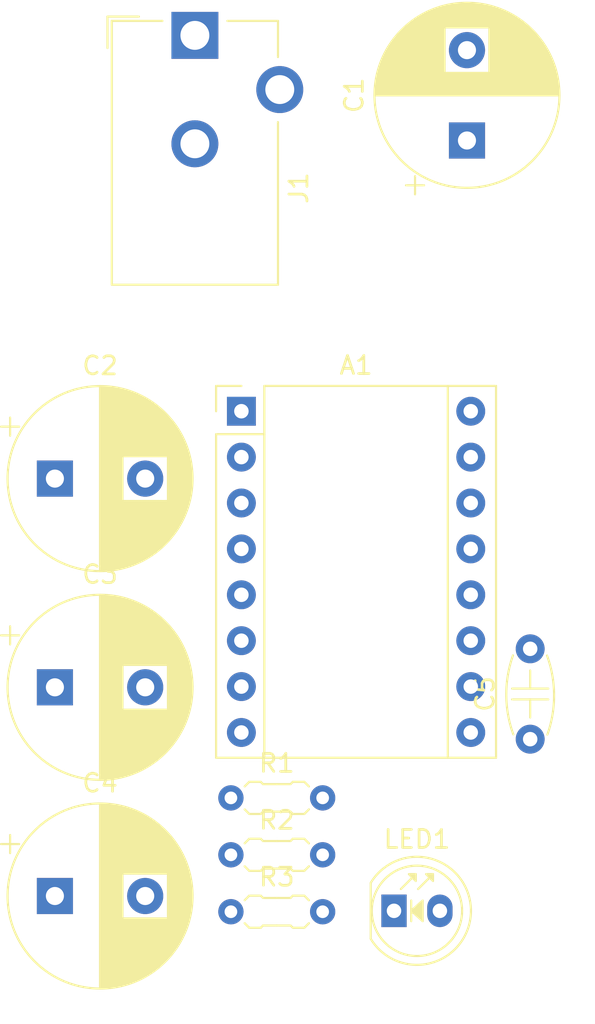
<source format=kicad_pcb>
(kicad_pcb (version 20241229) (generator "pcbnew") (generator_version "9.0")
  (layers (0 "F.Cu" signal) (2 "B.Cu" signal) (13 "F.Paste" user) (15 "B.Paste" user) (5 "F.SilkS" user "F.Silkscreen") (7 "B.SilkS" user "B.Silkscreen") (1 "F.Mask" user) (3 "B.Mask" user) (25 "Edge.Cuts" user))
  (net 0 "")
  (net 1 "Net-(A1-M1)")
  (net 4 "+12V")
  (net 6 "Net-(A1-M2)")
  (net 7 "Net-(A1-M0)")
  (net 11 "GNDA")
  (net 16 "GNDD")
  (net 19 "Net-(LED1-A)")
  (net 21 "+3.3V")
  (footprint "Capacitor_THT:CP_Radial_D10.0mm_P5.00mm" (layer "F.Cu") (at 35.684646 54.58)
    (property "Reference" "C2" (at 2.5 -6.25 0) (layer "F.SilkS"))
    (property "Value" "22uF 48v")
    (pad "1" thru_hole rect (at 0 0) (size 2 2) (drill 1) (layers "*.Cu" "*.Mask") (net 4 "+12V"))
    (pad "2" thru_hole circle (at 5 0) (size 2 2) (drill 1) (layers "*.Cu" "*.Mask") (net 11 "GNDA"))
  )
  (footprint "Capacitor_THT:CP_Radial_D10.0mm_P5.00mm" (layer "F.Cu") (at 58.5 35.867677 90)
    (property "Reference" "C1" (at 2.5 -6.25 90) (layer "F.SilkS"))
    (property "Value" "22uF 48v")
    (pad "1" thru_hole rect (at 0 0 90) (size 2 2) (drill 1) (layers "*.Cu" "*.Mask") (net 4 "+12V"))
    (pad "2" thru_hole circle (at 5 0 90) (size 2 2) (drill 1) (layers "*.Cu" "*.Mask") (net 11 "GNDA"))
  )
  (footprint "PCM_Capacitor_THT_AKL:C_Disc_D4.7mm_W2.5mm_P5.00mm" (layer "F.Cu") (at 62 69 90)
    (property "Reference" "C5" (at 2.5 -2.5 90) (layer "F.SilkS"))
    (property "Value" "100nF" (hide yes))
    (pad "1" thru_hole circle (at 0 0 90) (size 1.6 1.6) (drill 0.8) (layers "*.Cu" "*.Mask"))
    (pad "2" thru_hole circle (at 5 0 90) (size 1.6 1.6) (drill 0.8) (layers "*.Cu" "*.Mask"))
  )
  (footprint "Capacitor_THT:CP_Radial_D10.0mm_P5.00mm" (layer "F.Cu") (at 35.684646 77.68)
    (property "Reference" "C4" (at 2.5 -6.25 0) (layer "F.SilkS"))
    (property "Value" "22uF 48v")
    (pad "1" thru_hole rect (at 0 0) (size 2 2) (drill 1) (layers "*.Cu" "*.Mask") (net 4 "+12V"))
    (pad "2" thru_hole circle (at 5 0) (size 2 2) (drill 1) (layers "*.Cu" "*.Mask") (net 11 "GNDA"))
  )
  (footprint "Connector_BarrelJack:BarrelJack_CUI_PJ-102AH_Horizontal" (layer "F.Cu") (at 43.435354 30.05)
    (property "Reference" "J1" (at 5.75 8.45 90) (layer "F.SilkS"))
    (property "Value" "Barrel_Jack_Switch")
    (pad "1" thru_hole rect (at 0 0) (size 2.6 2.6) (drill 1.6) (layers "*.Cu" "*.Mask") (net 4 "+12V"))
    (pad "2" thru_hole circle (at 0 6) (size 2.6 2.6) (drill 1.6) (layers "*.Cu" "*.Mask") (net 11 "GNDA"))
    (pad "3" thru_hole circle (at 4.7 3) (size 2.6 2.6) (drill 1.6) (layers "*.Cu" "*.Mask") (net 11 "GNDA"))
  )
  (footprint "PCM_Resistor_THT_AKL:R_Axial_DIN0204_L3.6mm_D1.6mm_P5.08mm_Horizontal" (layer "F.Cu") (at 45.43 78.55)
    (property "Reference" "R3" (at 2.54 -1.92 0) (layer "F.SilkS"))
    (property "Value" "1K" (hide yes))
    (pad "1" thru_hole circle (at 0 0) (size 1.4 1.4) (drill 0.7) (layers "*.Cu" "*.Mask") (net 4 "+12V"))
    (pad "2" thru_hole oval (at 5.08 0) (size 1.4 1.4) (drill 0.7) (layers "*.Cu" "*.Mask") (net 19 "Net-(LED1-A)"))
  )
  (footprint "PCM_Resistor_THT_AKL:R_Axial_DIN0204_L3.6mm_D1.6mm_P5.08mm_Horizontal" (layer "F.Cu") (at 45.43 72.25)
    (property "Reference" "R1" (at 2.54 -1.92 0) (layer "F.SilkS"))
    (property "Value" "4K7" (hide yes))
    (pad "1" thru_hole circle (at 0 0) (size 1.4 1.4) (drill 0.7) (layers "*.Cu" "*.Mask") (net 21 "+3.3V"))
    (pad "2" thru_hole oval (at 5.08 0) (size 1.4 1.4) (drill 0.7) (layers "*.Cu" "*.Mask"))
  )
  (footprint "PCM_Resistor_THT_AKL:R_Axial_DIN0204_L3.6mm_D1.6mm_P5.08mm_Horizontal" (layer "F.Cu") (at 45.43 75.4)
    (property "Reference" "R2" (at 2.54 -1.92 0) (layer "F.SilkS"))
    (property "Value" "4K7" (hide yes))
    (pad "1" thru_hole circle (at 0 0) (size 1.4 1.4) (drill 0.7) (layers "*.Cu" "*.Mask") (net 21 "+3.3V"))
    (pad "2" thru_hole oval (at 5.08 0) (size 1.4 1.4) (drill 0.7) (layers "*.Cu" "*.Mask"))
  )
  (footprint "Module:Pololu_Breakout-16_15.2x20.3mm" (layer "F.Cu") (at 46.01 50.85)
    (property "Reference" "A1" (at 6.35 -2.54 0) (layer "F.SilkS"))
    (property "Value" "Pololu_Breakout_DRV8825")
    (pad "1" thru_hole rect (at 0 0) (size 1.6 1.6) (drill 0.8) (layers "*.Cu" "*.Mask") (net 16 "GNDD"))
    (pad "2" thru_hole oval (at 0 2.54) (size 1.6 1.6) (drill 0.8) (layers "*.Cu" "*.Mask"))
    (pad "3" thru_hole oval (at 0 5.08) (size 1.6 1.6) (drill 0.8) (layers "*.Cu" "*.Mask"))
    (pad "4" thru_hole oval (at 0 7.62) (size 1.6 1.6) (drill 0.8) (layers "*.Cu" "*.Mask"))
    (pad "5" thru_hole oval (at 0 10.16) (size 1.6 1.6) (drill 0.8) (layers "*.Cu" "*.Mask"))
    (pad "6" thru_hole oval (at 0 12.7) (size 1.6 1.6) (drill 0.8) (layers "*.Cu" "*.Mask"))
    (pad "7" thru_hole oval (at 0 15.24) (size 1.6 1.6) (drill 0.8) (layers "*.Cu" "*.Mask") (net 11 "GNDA"))
    (pad "8" thru_hole oval (at 0 17.78) (size 1.6 1.6) (drill 0.8) (layers "*.Cu" "*.Mask") (net 4 "+12V"))
    (pad "9" thru_hole oval (at 12.7 17.78) (size 1.6 1.6) (drill 0.8) (layers "*.Cu" "*.Mask"))
    (pad "10" thru_hole oval (at 12.7 15.24) (size 1.6 1.6) (drill 0.8) (layers "*.Cu" "*.Mask") (net 7 "Net-(A1-M0)"))
    (pad "11" thru_hole oval (at 12.7 12.7) (size 1.6 1.6) (drill 0.8) (layers "*.Cu" "*.Mask") (net 1 "Net-(A1-M1)"))
    (pad "12" thru_hole oval (at 12.7 10.16) (size 1.6 1.6) (drill 0.8) (layers "*.Cu" "*.Mask") (net 6 "Net-(A1-M2)"))
    (pad "13" thru_hole oval (at 12.7 7.62) (size 1.6 1.6) (drill 0.8) (layers "*.Cu" "*.Mask"))
    (pad "14" thru_hole oval (at 12.7 5.08) (size 1.6 1.6) (drill 0.8) (layers "*.Cu" "*.Mask"))
    (pad "15" thru_hole oval (at 12.7 2.54) (size 1.6 1.6) (drill 0.8) (layers "*.Cu" "*.Mask"))
    (pad "16" thru_hole oval (at 12.7 0) (size 1.6 1.6) (drill 0.8) (layers "*.Cu" "*.Mask"))
  )
  (footprint "PCM_LED_THT_AKL:LED_D5.0mm" (layer "F.Cu") (at 54.46 78.5)
    (property "Reference" "LED1" (at 1.27 -3.96 0) (layer "F.SilkS"))
    (property "Value" "Red" (hide yes))
    (pad "1" thru_hole rect (at 0 0) (size 1.4 1.8) (drill 0.8) (layers "*.Cu" "*.Mask") (net 11 "GNDA"))
    (pad "2" thru_hole oval (at 2.54 0) (size 1.4 1.8) (drill 0.8) (layers "*.Cu" "*.Mask") (net 19 "Net-(LED1-A)"))
  )
  (footprint "Capacitor_THT:CP_Radial_D10.0mm_P5.00mm" (layer "F.Cu") (at 35.684646 66.13)
    (property "Reference" "C3" (at 2.5 -6.25 0) (layer "F.SilkS"))
    (property "Value" "22uF 48v")
    (pad "1" thru_hole rect (at 0 0) (size 2 2) (drill 1) (layers "*.Cu" "*.Mask") (net 4 "+12V"))
    (pad "2" thru_hole circle (at 5 0) (size 2 2) (drill 1) (layers "*.Cu" "*.Mask") (net 11 "GNDA"))
  )
)
</source>
